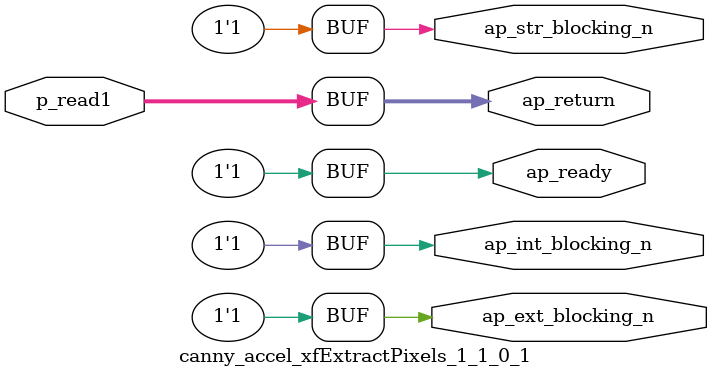
<source format=v>

`timescale 1 ns / 1 ps 

module canny_accel_xfExtractPixels_1_1_0_1 (
        ap_ready,
        p_read1,
        ap_return,
        ap_ext_blocking_n,
        ap_str_blocking_n,
        ap_int_blocking_n
);


output   ap_ready;
input  [7:0] p_read1;
output  [7:0] ap_return;
output   ap_ext_blocking_n;
output   ap_str_blocking_n;
output   ap_int_blocking_n;

assign ap_ext_blocking_n = (1'b1 & 1'b1);

assign ap_int_blocking_n = (1'b1 & 1'b1);

assign ap_ready = 1'b1;

assign ap_str_blocking_n = (1'b1 & 1'b1);

assign ap_return = p_read1;

endmodule //canny_accel_xfExtractPixels_1_1_0_1

</source>
